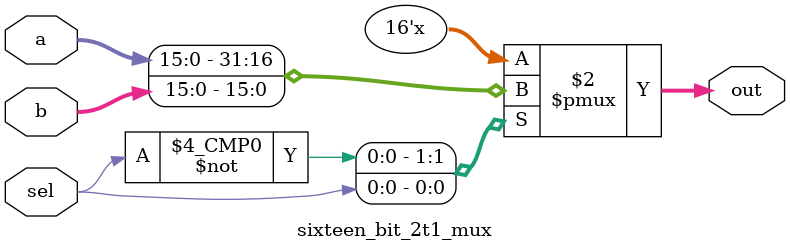
<source format=v>
module top_module(
    input [31:0] a,
    input [31:0] b,
    output [31:0] sum
);
    wire [15:0] muxa;
    wire [15:0] muxb;
    wire [15:0] sum_lower;
    wire [31:16] sum_upper;
    wire cout;
    
    add16 add1(.a(a[15:0]), .b(b[15:0]), .cin(1'b0), .cout(cout), .sum(sum_lower));
    add16 add2(.a(a[31:16]), .b(b[31:16]), .cin(1'b0), .cout(1'b0), .sum(muxa));
    add16 add3(.a(a[31:16]), .b(b[31:16]), .cin(1'b1), .cout(1'b0), .sum(muxb));
    sixteen_bit_2t1_mux mux1(.a(muxa), .b(muxb), .sel(cout), .out(sum_upper));
    assign sum = {sum_upper, sum_lower};

endmodule

module sixteen_bit_2t1_mux(
    input [15:0] a,
    input [15:0] b,
    input sel,
    output [15:0] out
);
    always@(*)
        begin
            case(sel)
                1'b0: out = a;
                1'b1: out = b;
            endcase
        end
endmodule

</source>
